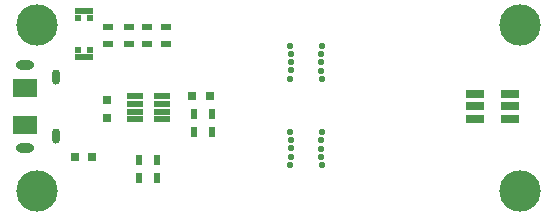
<source format=gbr>
G04 #@! TF.GenerationSoftware,KiCad,Pcbnew,(5.1.9)-1*
G04 #@! TF.CreationDate,2021-02-21T20:56:49-08:00*
G04 #@! TF.ProjectId,AnalogFaderV2,416e616c-6f67-4466-9164-657256322e6b,rev?*
G04 #@! TF.SameCoordinates,Original*
G04 #@! TF.FileFunction,Soldermask,Bot*
G04 #@! TF.FilePolarity,Negative*
%FSLAX46Y46*%
G04 Gerber Fmt 4.6, Leading zero omitted, Abs format (unit mm)*
G04 Created by KiCad (PCBNEW (5.1.9)-1) date 2021-02-21 20:56:49*
%MOMM*%
%LPD*%
G01*
G04 APERTURE LIST*
%ADD10C,3.500001*%
%ADD11C,0.550800*%
%ADD12R,0.800000X0.750000*%
%ADD13R,0.750000X0.800000*%
%ADD14R,1.600000X0.700000*%
%ADD15R,0.575000X0.600000*%
%ADD16R,1.650000X0.600000*%
%ADD17R,2.030000X1.650000*%
%ADD18O,0.650000X1.300000*%
%ADD19O,1.550000X0.775000*%
%ADD20R,0.500000X0.900000*%
%ADD21R,0.900000X0.500000*%
%ADD22R,1.370000X0.490000*%
G04 APERTURE END LIST*
D10*
X149860000Y-59563000D03*
X149860000Y-73596500D03*
D11*
X133159500Y-71386700D03*
X133146800Y-68605400D03*
X133057900Y-69303900D03*
X133057900Y-70700900D03*
X133057900Y-70002400D03*
X130429000Y-68592700D03*
X130441700Y-71374000D03*
X130530600Y-70675500D03*
X130530600Y-69278500D03*
X130530600Y-69977000D03*
X133159500Y-64084200D03*
X133146800Y-61302900D03*
X133057900Y-62001400D03*
X133057900Y-63398400D03*
X133057900Y-62699900D03*
X130441700Y-64071500D03*
X130530600Y-63373000D03*
X130530600Y-62674500D03*
X130530600Y-61976000D03*
X130429000Y-61290200D03*
D10*
X109042200Y-73596500D03*
X109042200Y-59563000D03*
D12*
X122147200Y-65544700D03*
X123647200Y-65544700D03*
D13*
X114947700Y-65899600D03*
X114947700Y-67399600D03*
D12*
X112179100Y-70675500D03*
X113679100Y-70675500D03*
D14*
X146088100Y-67471000D03*
X146088100Y-66421000D03*
X146088100Y-65371000D03*
X149088100Y-67471000D03*
X149088100Y-66421000D03*
X149088100Y-65371000D03*
D15*
X113529400Y-61656500D03*
X112454400Y-61656500D03*
X113529400Y-58956500D03*
D16*
X112991900Y-58356500D03*
X112991900Y-62256500D03*
D15*
X112454400Y-58956500D03*
D17*
X108000800Y-68033900D03*
X108000800Y-64873900D03*
D18*
X110650000Y-63933700D03*
X110650000Y-68933700D03*
D19*
X107950000Y-62933700D03*
X107950000Y-69933700D03*
D20*
X119127400Y-72491600D03*
X117627400Y-72491600D03*
X119127400Y-70967600D03*
X117627400Y-70967600D03*
X122288300Y-68580000D03*
X123788300Y-68580000D03*
X123788300Y-67043300D03*
X122288300Y-67043300D03*
D21*
X119900700Y-61177300D03*
X119900700Y-59677300D03*
X118325900Y-59677300D03*
X118325900Y-61177300D03*
X116763800Y-61177300D03*
X116763800Y-59677300D03*
X114985800Y-59677300D03*
X114985800Y-61177300D03*
D22*
X119615600Y-66210300D03*
X119615600Y-66860300D03*
X119615600Y-67510300D03*
X119615600Y-65560300D03*
X117315600Y-66860300D03*
X117315600Y-66210300D03*
X117315600Y-65560300D03*
X117315600Y-67510300D03*
M02*

</source>
